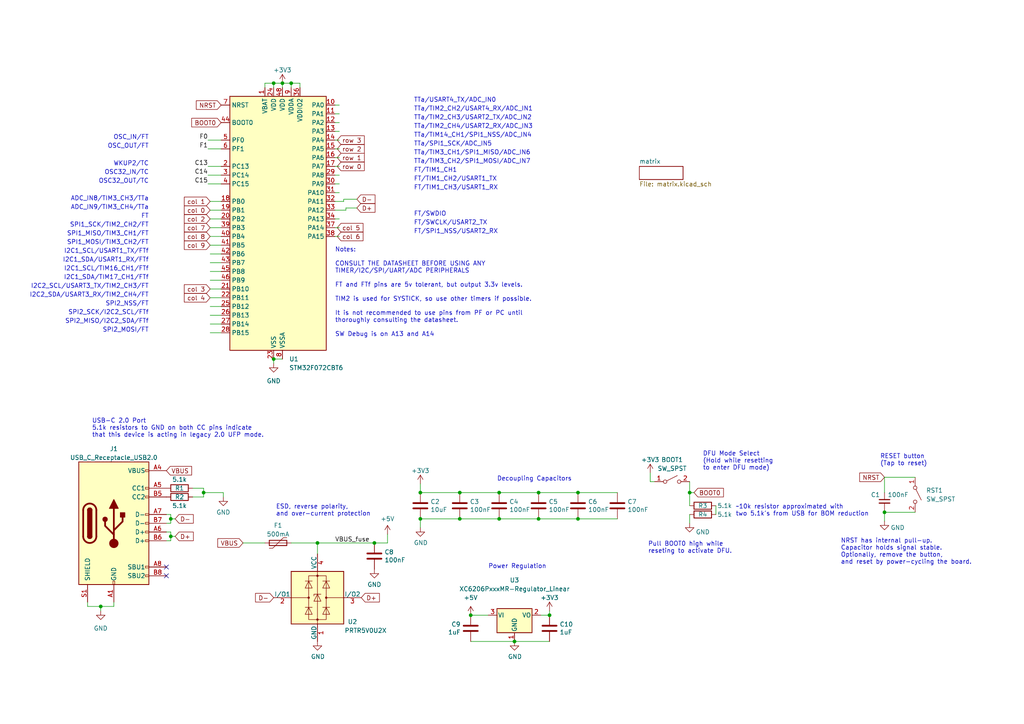
<source format=kicad_sch>
(kicad_sch (version 20230121) (generator eeschema)
  (paper "A4")
  (lib_symbols
    (symbol "+5V_1" (power) (pin_names (offset 0))
      (property "Value" "+5V_1" (at 0 3.556 0))
      (symbol "+5V_1_0_1"
        (polyline (pts (xy -0.762 1.27) (xy 0 2.54)))
        (polyline (pts (xy 0 0) (xy 0 2.54)))
        (polyline (pts (xy 0 2.54) (xy 0.762 1.27)))
      )
      (symbol "+5V_1_1_1"
        (pin power_in line (at 0 0 90) (length 0) hide (name "+5V") (number "1"))
      )
    )
    (symbol "Connector:USB_C_Receptacle_USB2.0" (pin_names (offset 1.016))
      (property "Reference" "J" (at -10.16 19.05 0))
      (property "Value" "USB_C_Receptacle_USB2.0" (at 19.05 19.05 0))
      (symbol "USB_C_Receptacle_USB2.0_0_0"
        (rectangle (start -0.254 -17.78) (end 0.254 -16.764))
        (rectangle (start 10.16 -14.986) (end 9.144 -15.494))
        (rectangle (start 10.16 -12.446) (end 9.144 -12.954))
        (rectangle (start 10.16 -4.826) (end 9.144 -5.334))
        (rectangle (start 10.16 -2.286) (end 9.144 -2.794))
        (rectangle (start 10.16 0.254) (end 9.144 -0.254))
        (rectangle (start 10.16 2.794) (end 9.144 2.286))
        (rectangle (start 10.16 7.874) (end 9.144 7.366))
        (rectangle (start 10.16 10.414) (end 9.144 9.906))
        (rectangle (start 10.16 15.494) (end 9.144 14.986))
      )
      (symbol "USB_C_Receptacle_USB2.0_0_1"
        (rectangle (start -10.16 17.78) (end 10.16 -17.78) (stroke (width 0.254)) (fill (type background)))
        (arc (start -8.89 -3.81) (mid -6.985 -5.7067) (end -5.08 -3.81) (stroke (width 0.508)))
        (arc (start -7.62 -3.81) (mid -6.985 -4.4423) (end -6.35 -3.81) (stroke (width 0.254)))
        (arc (start -7.62 -3.81) (mid -6.985 -4.4423) (end -6.35 -3.81) (stroke (width 0.254)) (fill (type outline)))
        (rectangle (start -7.62 -3.81) (end -6.35 3.81) (stroke (width 0.254)) (fill (type outline)))
        (arc (start -6.35 3.81) (mid -6.985 4.4423) (end -7.62 3.81) (stroke (width 0.254)))
        (arc (start -6.35 3.81) (mid -6.985 4.4423) (end -7.62 3.81) (stroke (width 0.254)) (fill (type outline)))
        (arc (start -5.08 3.81) (mid -6.985 5.7067) (end -8.89 3.81) (stroke (width 0.508)))
        (circle (center -2.54 1.143) (radius 0.635) (stroke (width 0.254)) (fill (type outline)))
        (circle (center 0 -5.842) (radius 1.27) (fill (type outline)))
        (polyline (pts (xy -8.89 -3.81) (xy -8.89 3.81)) (stroke (width 0.508)))
        (polyline (pts (xy -5.08 3.81) (xy -5.08 -3.81)) (stroke (width 0.508)))
        (polyline (pts (xy 0 -5.842) (xy 0 4.318)) (stroke (width 0.508)))
        (polyline (pts (xy 0 -3.302) (xy -2.54 -0.762) (xy -2.54 0.508)) (stroke (width 0.508)))
        (polyline (pts (xy 0 -2.032) (xy 2.54 0.508) (xy 2.54 1.778)) (stroke (width 0.508)))
        (polyline (pts (xy -1.27 4.318) (xy 0 6.858) (xy 1.27 4.318) (xy -1.27 4.318)) (stroke (width 0.254)) (fill (type outline)))
        (rectangle (start 1.905 1.778) (end 3.175 3.048) (stroke (width 0.254)) (fill (type outline)))
      )
      (symbol "USB_C_Receptacle_USB2.0_1_1"
        (pin passive line (at 0 -22.86 90) (length 5.08) (name "GND") (number "A1"))
        (pin passive line (at 0 -22.86 90) (length 5.08) hide (name "GND") (number "A12"))
        (pin passive line (at 15.24 15.24 180) (length 5.08) (name "VBUS") (number "A4"))
        (pin bidirectional line (at 15.24 10.16 180) (length 5.08) (name "CC1") (number "A5"))
        (pin bidirectional line (at 15.24 -2.54 180) (length 5.08) (name "D+") (number "A6"))
        (pin bidirectional line (at 15.24 2.54 180) (length 5.08) (name "D-") (number "A7"))
        (pin bidirectional line (at 15.24 -12.7 180) (length 5.08) (name "SBU1") (number "A8"))
        (pin passive line (at 15.24 15.24 180) (length 5.08) hide (name "VBUS") (number "A9"))
        (pin passive line (at 0 -22.86 90) (length 5.08) hide (name "GND") (number "B1"))
        (pin passive line (at 0 -22.86 90) (length 5.08) hide (name "GND") (number "B12"))
        (pin passive line (at 15.24 15.24 180) (length 5.08) hide (name "VBUS") (number "B4"))
        (pin bidirectional line (at 15.24 7.62 180) (length 5.08) (name "CC2") (number "B5"))
        (pin bidirectional line (at 15.24 -5.08 180) (length 5.08) (name "D+") (number "B6"))
        (pin bidirectional line (at 15.24 0 180) (length 5.08) (name "D-") (number "B7"))
        (pin bidirectional line (at 15.24 -15.24 180) (length 5.08) (name "SBU2") (number "B8"))
        (pin passive line (at 15.24 15.24 180) (length 5.08) hide (name "VBUS") (number "B9"))
        (pin passive line (at -7.62 -22.86 90) (length 5.08) (name "SHIELD") (number "S1"))
      )
    )
    (symbol "Device:C" (pin_numbers hide) (pin_names (offset 0.254))
      (property "Reference" "C" (at 0.635 2.54 0))
      (property "Value" "C" (at 0.635 -2.54 0))
      (symbol "C_0_1"
        (polyline (pts (xy -2.032 -0.762) (xy 2.032 -0.762)) (stroke (width 0.508)))
        (polyline (pts (xy -2.032 0.762) (xy 2.032 0.762)) (stroke (width 0.508)))
      )
      (symbol "C_1_1"
        (pin passive line (at 0 3.81 270) (length 2.794) (name "~") (number "1"))
        (pin passive line (at 0 -3.81 90) (length 2.794) (name "~") (number "2"))
      )
    )
    (symbol "Device:C_Small" (pin_numbers hide) (pin_names (offset 0.254) hide)
      (property "Reference" "C" (at 0.254 1.778 0))
      (property "Value" "C_Small" (at 0.254 -2.032 0))
      (symbol "C_Small_0_1"
        (polyline (pts (xy -1.524 -0.508) (xy 1.524 -0.508)) (stroke (width 0.3302)))
        (polyline (pts (xy -1.524 0.508) (xy 1.524 0.508)) (stroke (width 0.3048)))
      )
      (symbol "C_Small_1_1"
        (pin passive line (at 0 2.54 270) (length 2.032) (name "~") (number "1"))
        (pin passive line (at 0 -2.54 90) (length 2.032) (name "~") (number "2"))
      )
    )
    (symbol "Device:Polyfuse" (pin_numbers hide) (pin_names (offset 0))
      (property "Reference" "F" (at -2.54 0 90))
      (property "Value" "Polyfuse" (at 2.54 0 90))
      (symbol "Polyfuse_0_1"
        (rectangle (start -0.762 2.54) (end 0.762 -2.54) (stroke (width 0.254)))
        (polyline (pts (xy 0 2.54) (xy 0 -2.54)))
        (polyline (pts (xy -1.524 2.54) (xy -1.524 1.524) (xy 1.524 -1.524) (xy 1.524 -2.54)))
      )
      (symbol "Polyfuse_1_1"
        (pin passive line (at 0 3.81 270) (length 1.27) (name "~") (number "1"))
        (pin passive line (at 0 -3.81 90) (length 1.27) (name "~") (number "2"))
      )
    )
    (symbol "Device:R" (pin_numbers hide) (pin_names (offset 0))
      (property "Reference" "R" (at 2.032 0 90))
      (property "Value" "R" (at 0 0 90))
      (symbol "R_0_1"
        (rectangle (start -1.016 -2.54) (end 1.016 2.54) (stroke (width 0.254)))
      )
      (symbol "R_1_1"
        (pin passive line (at 0 3.81 270) (length 1.27) (name "~") (number "1"))
        (pin passive line (at 0 -3.81 90) (length 1.27) (name "~") (number "2"))
      )
    )
    (symbol "MCU_ST_STM32F0:STM32F072CBTx"
      (property "Reference" "U" (at -12.7 39.37 0))
      (property "Value" "STM32F072CBTx" (at 10.16 39.37 0))
      (symbol "STM32F072CBTx_0_1"
        (rectangle (start -12.7 -35.56) (end 15.24 38.1) (stroke (width 0.254)) (fill (type background)))
      )
      (symbol "STM32F072CBTx_1_1"
        (pin power_in line (at -2.54 40.64 270) (length 2.54) (name "VBAT") (number "1"))
        (pin bidirectional line (at 17.78 35.56 180) (length 2.54) (name "PA0") (number "10"))
        (pin bidirectional line (at 17.78 33.02 180) (length 2.54) (name "PA1") (number "11"))
        (pin bidirectional line (at 17.78 30.48 180) (length 2.54) (name "PA2") (number "12"))
        (pin bidirectional line (at 17.78 27.94 180) (length 2.54) (name "PA3") (number "13"))
        (pin bidirectional line (at 17.78 25.4 180) (length 2.54) (name "PA4") (number "14"))
        (pin bidirectional line (at 17.78 22.86 180) (length 2.54) (name "PA5") (number "15"))
        (pin bidirectional line (at 17.78 20.32 180) (length 2.54) (name "PA6") (number "16"))
        (pin bidirectional line (at 17.78 17.78 180) (length 2.54) (name "PA7") (number "17"))
        (pin bidirectional line (at -15.24 7.62 0) (length 2.54) (name "PB0") (number "18"))
        (pin bidirectional line (at -15.24 5.08 0) (length 2.54) (name "PB1") (number "19"))
        (pin bidirectional line (at -15.24 17.78 0) (length 2.54) (name "PC13") (number "2"))
        (pin bidirectional line (at -15.24 2.54 0) (length 2.54) (name "PB2") (number "20"))
        (pin bidirectional line (at -15.24 -17.78 0) (length 2.54) (name "PB10") (number "21"))
        (pin bidirectional line (at -15.24 -20.32 0) (length 2.54) (name "PB11") (number "22"))
        (pin power_in line (at 0 -38.1 90) (length 2.54) (name "VSS") (number "23"))
        (pin power_in line (at 0 40.64 270) (length 2.54) (name "VDD") (number "24"))
        (pin bidirectional line (at -15.24 -22.86 0) (length 2.54) (name "PB12") (number "25"))
        (pin bidirectional line (at -15.24 -25.4 0) (length 2.54) (name "PB13") (number "26"))
        (pin bidirectional line (at -15.24 -27.94 0) (length 2.54) (name "PB14") (number "27"))
        (pin bidirectional line (at -15.24 -30.48 0) (length 2.54) (name "PB15") (number "28"))
        (pin bidirectional line (at 17.78 15.24 180) (length 2.54) (name "PA8") (number "29"))
        (pin bidirectional line (at -15.24 15.24 0) (length 2.54) (name "PC14") (number "3"))
        (pin bidirectional line (at 17.78 12.7 180) (length 2.54) (name "PA9") (number "30"))
        (pin bidirectional line (at 17.78 10.16 180) (length 2.54) (name "PA10") (number "31"))
        (pin bidirectional line (at 17.78 7.62 180) (length 2.54) (name "PA11") (number "32"))
        (pin bidirectional line (at 17.78 5.08 180) (length 2.54) (name "PA12") (number "33"))
        (pin bidirectional line (at 17.78 2.54 180) (length 2.54) (name "PA13") (number "34"))
        (pin passive line (at 0 -38.1 90) (length 2.54) hide (name "VSS") (number "35"))
        (pin power_in line (at 7.62 40.64 270) (length 2.54) (name "VDDIO2") (number "36"))
        (pin bidirectional line (at 17.78 0 180) (length 2.54) (name "PA14") (number "37"))
        (pin bidirectional line (at 17.78 -2.54 180) (length 2.54) (name "PA15") (number "38"))
        (pin bidirectional line (at -15.24 0 0) (length 2.54) (name "PB3") (number "39"))
        (pin bidirectional line (at -15.24 12.7 0) (length 2.54) (name "PC15") (number "4"))
        (pin bidirectional line (at -15.24 -2.54 0) (length 2.54) (name "PB4") (number "40"))
        (pin bidirectional line (at -15.24 -5.08 0) (length 2.54) (name "PB5") (number "41"))
        (pin bidirectional line (at -15.24 -7.62 0) (length 2.54) (name "PB6") (number "42"))
        (pin bidirectional line (at -15.24 -10.16 0) (length 2.54) (name "PB7") (number "43"))
        (pin input line (at -15.24 30.48 0) (length 2.54) (name "BOOT0") (number "44"))
        (pin bidirectional line (at -15.24 -12.7 0) (length 2.54) (name "PB8") (number "45"))
        (pin bidirectional line (at -15.24 -15.24 0) (length 2.54) (name "PB9") (number "46"))
        (pin passive line (at 0 -38.1 90) (length 2.54) hide (name "VSS") (number "47"))
        (pin power_in line (at 2.54 40.64 270) (length 2.54) (name "VDD") (number "48"))
        (pin bidirectional line (at -15.24 25.4 0) (length 2.54) (name "PF0") (number "5"))
        (pin bidirectional line (at -15.24 22.86 0) (length 2.54) (name "PF1") (number "6"))
        (pin input line (at -15.24 35.56 0) (length 2.54) (name "NRST") (number "7"))
        (pin power_in line (at 2.54 -38.1 90) (length 2.54) (name "VSSA") (number "8"))
        (pin power_in line (at 5.08 40.64 270) (length 2.54) (name "VDDA") (number "9"))
      )
    )
    (symbol "Power_Protection:PRTR5V0U2X" (pin_names (offset 0))
      (property "Reference" "D" (at 2.794 8.636 0))
      (property "Value" "PRTR5V0U2X" (at 8.128 -9.398 0))
      (symbol "PRTR5V0U2X_0_1"
        (rectangle (start -7.62 -7.62) (end 7.62 7.62) (stroke (width 0.254)) (fill (type background)))
        (circle (center -2.54 0) (radius 0.254) (fill (type outline)))
        (rectangle (start -2.54 6.35) (end 2.54 -6.35))
        (circle (center 0 -6.35) (radius 0.254) (fill (type outline)))
        (polyline (pts (xy -2.54 0) (xy -7.62 0)))
        (polyline (pts (xy -1.524 -2.794) (xy -3.556 -2.794)))
        (polyline (pts (xy -1.524 4.826) (xy -3.556 4.826)))
        (polyline (pts (xy 0 -7.62) (xy 0 7.62)))
        (polyline (pts (xy 1.524 -2.794) (xy 3.556 -2.794)))
        (polyline (pts (xy 1.524 4.826) (xy 3.556 4.826)))
        (polyline (pts (xy 2.54 0) (xy 7.62 0)))
        (polyline (pts (xy 1.016 1.016) (xy -1.016 1.016) (xy -1.016 0.508)))
        (polyline (pts (xy -3.556 -4.826) (xy -1.524 -4.826) (xy -2.54 -2.794) (xy -3.556 -4.826)))
        (polyline (pts (xy -3.556 2.794) (xy -1.524 2.794) (xy -2.54 4.826) (xy -3.556 2.794)))
        (polyline (pts (xy -1.016 -1.016) (xy 1.016 -1.016) (xy 0 1.016) (xy -1.016 -1.016)))
        (polyline (pts (xy 3.556 -4.826) (xy 1.524 -4.826) (xy 2.54 -2.794) (xy 3.556 -4.826)))
        (polyline (pts (xy 3.556 2.794) (xy 1.524 2.794) (xy 2.54 4.826) (xy 3.556 2.794)))
        (circle (center 0 6.35) (radius 0.254) (fill (type outline)))
        (circle (center 2.54 0) (radius 0.254) (fill (type outline)))
      )
      (symbol "PRTR5V0U2X_1_1"
        (pin passive line (at 0 -12.7 90) (length 5.08) (name "GND") (number "1"))
        (pin passive line (at -12.7 0 0) (length 5.08) (name "I/O1") (number "2"))
        (pin passive line (at 12.7 0 180) (length 5.08) (name "I/O2") (number "3"))
        (pin passive line (at 0 12.7 270) (length 5.08) (name "VCC") (number "4"))
      )
    )
    (symbol "Switch:SW_SPST" (pin_names (offset 0) hide)
      (property "Reference" "SW" (at 0 3.175 0))
      (property "Value" "SW_SPST" (at 0 -2.54 0))
      (symbol "SW_SPST_0_0"
        (circle (center -2.032 0) (radius 0.508))
        (polyline (pts (xy -1.524 0.254) (xy 1.524 1.778)))
        (circle (center 2.032 0) (radius 0.508))
      )
      (symbol "SW_SPST_1_1"
        (pin passive line (at -5.08 0 0) (length 2.54) (name "A") (number "1"))
        (pin passive line (at 5.08 0 180) (length 2.54) (name "B") (number "2"))
      )
    )
    (symbol "kicad-keyboard-parts:XC6206PxxxMR-Regulator_Linear" (pin_names (offset 0.254))
      (property "Reference" "U" (at -3.81 3.175 0))
      (property "Value" "XC6206PxxxMR-Regulator_Linear" (at 0 3.175 0))
      (property "LCSC" "C5446" (at 0 0 0))
      (symbol "XC6206PxxxMR-Regulator_Linear_0_1"
        (rectangle (start -5.08 1.905) (end 5.08 -5.08) (stroke (width 0.254)) (fill (type background)))
      )
      (symbol "XC6206PxxxMR-Regulator_Linear_1_1"
        (pin power_in line (at 0 -7.62 90) (length 2.54) (name "GND") (number "1"))
        (pin power_out line (at 7.62 0 180) (length 2.54) (name "VO") (number "2"))
        (pin power_in line (at -7.62 0 0) (length 2.54) (name "VI") (number "3"))
      )
    )
    (symbol "power:+3V3" (power) (pin_names (offset 0))
      (property "Value" "+3V3" (at 0 3.556 0))
      (symbol "+3V3_0_1"
        (polyline (pts (xy -0.762 1.27) (xy 0 2.54)))
        (polyline (pts (xy 0 0) (xy 0 2.54)))
        (polyline (pts (xy 0 2.54) (xy 0.762 1.27)))
      )
      (symbol "+3V3_1_1"
        (pin power_in line (at 0 0 90) (length 0) hide (name "+3V3") (number "1"))
      )
    )
    (symbol "power:+5V" (power) (pin_names (offset 0))
      (property "Value" "+5V" (at 0 3.556 0))
      (symbol "+5V_0_1"
        (polyline (pts (xy -0.762 1.27) (xy 0 2.54)))
        (polyline (pts (xy 0 0) (xy 0 2.54)))
        (polyline (pts (xy 0 2.54) (xy 0.762 1.27)))
      )
      (symbol "+5V_1_1"
        (pin power_in line (at 0 0 90) (length 0) hide (name "+5V") (number "1"))
      )
    )
    (symbol "power:GND" (power) (pin_names (offset 0))
      (property "Value" "GND" (at 0 -3.81 0))
      (symbol "GND_0_1"
        (polyline (pts (xy 0 0) (xy 0 -1.27) (xy 1.27 -1.27) (xy 0 -2.54) (xy -1.27 -1.27) (xy 0 -1.27)))
      )
      (symbol "GND_1_1"
        (pin power_in line (at 0 0 270) (length 0) hide (name "GND") (number "1"))
      )
    )
  )
  (junction (at 200.025 142.875))
  (junction (at 81.915 24.13))
  (junction (at 159.385 178.435))
  (junction (at 59.055 142.875))
  (junction (at 79.375 24.13))
  (junction (at 156.21 150.495))
  (junction (at 136.525 178.435))
  (junction (at 156.21 142.875))
  (junction (at 121.92 150.495))
  (junction (at 149.225 186.055) (diameter 0.9144))
  (junction (at 256.54 148.59))
  (junction (at 121.92 142.875))
  (junction (at 79.375 104.14))
  (junction (at 144.78 150.495))
  (junction (at 133.35 150.495))
  (junction (at 167.64 150.495))
  (junction (at 167.64 142.875))
  (junction (at 92.075 157.48))
  (junction (at 144.78 142.875))
  (junction (at 108.585 157.48))
  (junction (at 49.53 155.575))
  (junction (at 29.21 175.895))
  (junction (at 49.53 150.495))
  (junction (at 133.35 142.875))
  (junction (at 84.455 24.13))
  (no_connect (at 48.26 167.005))
  (no_connect (at 48.26 164.465))
  (wire (pts (xy 167.64 150.495) (xy 179.07 150.495)))
  (wire (pts (xy 48.26 156.845) (xy 49.53 156.845)))
  (wire (pts (xy 60.96 76.2) (xy 64.135 76.2)))
  (wire (pts (xy 98.425 40.64) (xy 97.155 40.64)))
  (wire (pts (xy 29.21 175.895) (xy 33.02 175.895)))
  (wire (pts (xy 60.96 60.96) (xy 64.135 60.96)))
  (wire (pts (xy 86.995 24.13) (xy 86.995 25.4)))
  (wire (pts (xy 48.26 149.225) (xy 49.53 149.225)))
  (wire (pts (xy 98.425 53.34) (xy 97.155 53.34)))
  (wire (pts (xy 59.055 144.145) (xy 59.055 142.875)))
  (wire (pts (xy 144.78 150.495) (xy 133.35 150.495)))
  (wire (pts (xy 55.88 144.145) (xy 59.055 144.145)))
  (wire (pts (xy 98.425 48.26) (xy 97.155 48.26)))
  (wire (pts (xy 49.53 150.495) (xy 49.53 151.765)))
  (wire (pts (xy 59.055 142.875) (xy 59.055 141.605)))
  (wire (pts (xy 189.865 139.7) (xy 188.595 139.7)))
  (wire (pts (xy 29.21 177.165) (xy 29.21 175.895)))
  (wire (pts (xy 84.455 24.13) (xy 84.455 25.4)))
  (wire (pts (xy 98.425 35.56) (xy 97.155 35.56)))
  (wire (pts (xy 59.055 142.875) (xy 64.77 142.875)))
  (wire (pts (xy 144.78 142.875) (xy 133.35 142.875)))
  (wire (pts (xy 60.96 63.5) (xy 64.135 63.5)))
  (wire (pts (xy 84.455 24.13) (xy 86.995 24.13)))
  (wire (pts (xy 200.025 142.875) (xy 201.295 142.875)))
  (wire (pts (xy 60.96 78.74) (xy 64.135 78.74)))
  (wire (pts (xy 79.375 24.13) (xy 79.375 25.4)))
  (wire (pts (xy 55.88 141.605) (xy 59.055 141.605)))
  (wire (pts (xy 149.225 186.055) (xy 159.385 186.055)))
  (wire (pts (xy 60.96 93.98) (xy 64.135 93.98)))
  (wire (pts (xy 79.375 105.41) (xy 79.375 104.14)))
  (wire (pts (xy 60.96 83.82) (xy 64.135 83.82)))
  (wire (pts (xy 98.425 38.1) (xy 97.155 38.1)))
  (wire (pts (xy 256.54 151.13) (xy 256.54 148.59)))
  (wire (pts (xy 60.96 73.66) (xy 64.135 73.66)))
  (wire (pts (xy 136.525 178.435) (xy 141.605 178.435)))
  (wire (pts (xy 207.645 146.685) (xy 207.645 149.225)))
  (wire (pts (xy 156.21 142.875) (xy 167.64 142.875)))
  (wire (pts (xy 98.425 63.5) (xy 97.155 63.5)))
  (wire (pts (xy 60.96 71.12) (xy 64.135 71.12)))
  (wire (pts (xy 108.585 157.48) (xy 112.395 157.48)))
  (wire (pts (xy 188.595 139.7) (xy 188.595 137.16)))
  (wire (pts (xy 100.33 60.325) (xy 100.33 60.96)))
  (wire (pts (xy 60.96 66.04) (xy 64.135 66.04)))
  (wire (pts (xy 76.835 24.13) (xy 76.835 25.4)))
  (wire (pts (xy 98.425 43.18) (xy 97.155 43.18)))
  (wire (pts (xy 60.96 91.44) (xy 64.135 91.44)))
  (wire (pts (xy 256.54 138.43) (xy 265.43 138.43)))
  (wire (pts (xy 156.845 178.435) (xy 159.385 178.435)))
  (wire (pts (xy 144.78 142.875) (xy 156.21 142.875)))
  (wire (pts (xy 98.425 45.72) (xy 97.155 45.72)))
  (wire (pts (xy 200.025 139.7) (xy 200.025 142.875)))
  (wire (pts (xy 84.455 24.13) (xy 81.915 24.13)))
  (wire (pts (xy 60.96 58.42) (xy 64.135 58.42)))
  (wire (pts (xy 256.54 138.43) (xy 256.54 142.875)))
  (wire (pts (xy 98.425 55.88) (xy 97.155 55.88)))
  (wire (pts (xy 60.96 86.36) (xy 64.135 86.36)))
  (wire (pts (xy 70.485 157.48) (xy 76.835 157.48)))
  (wire (pts (xy 100.33 60.96) (xy 97.155 60.96)))
  (wire (pts (xy 121.92 153.035) (xy 121.92 150.495)))
  (wire (pts (xy 49.53 156.845) (xy 49.53 155.575)))
  (wire (pts (xy 60.325 48.26) (xy 64.135 48.26)))
  (wire (pts (xy 60.325 50.8) (xy 64.135 50.8)))
  (wire (pts (xy 48.26 154.305) (xy 49.53 154.305)))
  (wire (pts (xy 84.455 157.48) (xy 92.075 157.48)))
  (wire (pts (xy 79.375 104.14) (xy 81.915 104.14)))
  (wire (pts (xy 167.64 142.875) (xy 179.07 142.875)))
  (wire (pts (xy 121.92 140.335) (xy 121.92 142.875)))
  (wire (pts (xy 60.96 96.52) (xy 64.135 96.52)))
  (wire (pts (xy 256.54 148.59) (xy 256.54 147.955)))
  (wire (pts (xy 49.53 150.495) (xy 50.8 150.495)))
  (wire (pts (xy 79.375 24.13) (xy 81.915 24.13)))
  (wire (pts (xy 256.54 148.59) (xy 265.43 148.59)))
  (wire (pts (xy 200.025 149.225) (xy 200.025 151.765)))
  (wire (pts (xy 60.325 40.64) (xy 64.135 40.64)))
  (wire (pts (xy 60.96 88.9) (xy 64.135 88.9)))
  (wire (pts (xy 60.96 81.28) (xy 64.135 81.28)))
  (wire (pts (xy 25.4 175.895) (xy 29.21 175.895)))
  (wire (pts (xy 112.395 154.94) (xy 112.395 157.48)))
  (wire (pts (xy 76.835 24.13) (xy 79.375 24.13)))
  (wire (pts (xy 60.96 68.58) (xy 64.135 68.58)))
  (wire (pts (xy 200.025 142.875) (xy 200.025 146.685)))
  (wire (pts (xy 48.26 151.765) (xy 49.53 151.765)))
  (wire (pts (xy 99.695 57.785) (xy 99.695 58.42)))
  (wire (pts (xy 25.4 174.625) (xy 25.4 175.895)))
  (wire (pts (xy 103.505 60.325) (xy 100.33 60.325)))
  (wire (pts (xy 49.53 154.305) (xy 49.53 155.575)))
  (wire (pts (xy 98.425 50.8) (xy 97.155 50.8)))
  (wire (pts (xy 98.425 33.02) (xy 97.155 33.02)))
  (wire (pts (xy 98.425 66.04) (xy 97.155 66.04)))
  (wire (pts (xy 49.53 155.575) (xy 50.8 155.575)))
  (wire (pts (xy 133.35 150.495) (xy 121.92 150.495)))
  (wire (pts (xy 159.385 177.165) (xy 159.385 178.435)))
  (wire (pts (xy 64.77 142.875) (xy 64.77 144.145)))
  (wire (pts (xy 33.02 175.895) (xy 33.02 174.625)))
  (wire (pts (xy 99.695 58.42) (xy 97.155 58.42)))
  (wire (pts (xy 92.075 157.48) (xy 92.075 160.655)))
  (wire (pts (xy 60.325 43.18) (xy 64.135 43.18)))
  (wire (pts (xy 103.505 57.785) (xy 99.695 57.785)))
  (wire (pts (xy 149.225 186.055) (xy 136.525 186.055)))
  (wire (pts (xy 92.075 157.48) (xy 108.585 157.48)))
  (wire (pts (xy 98.425 30.48) (xy 97.155 30.48)))
  (wire (pts (xy 98.425 68.58) (xy 97.155 68.58)))
  (wire (pts (xy 81.915 24.13) (xy 81.915 25.4)))
  (wire (pts (xy 133.35 142.875) (xy 121.92 142.875)))
  (wire (pts (xy 49.53 149.225) (xy 49.53 150.495)))
  (wire (pts (xy 144.78 150.495) (xy 156.21 150.495)))
  (wire (pts (xy 156.21 150.495) (xy 167.64 150.495)))
  (wire (pts (xy 60.325 53.34) (xy 64.135 53.34)))
  (text "SPI1_SCK/TIM2_CH2/FT" (at 43.18 66.04 0) (effects (font (size 1.27 1.27)) (justify right bottom)))
  (text "FT/TIM1_CH1" (at 120.015 50.165 0) (effects (font (size 1.27 1.27)) (justify left bottom)))
  (text "FT/TIM1_CH3/USART1_RX" (at 120.015 55.245 0) (effects (font (size 1.27 1.27)) (justify left bottom)))
  (text "SPI2_NSS/FT" (at 43.18 88.9 0) (effects (font (size 1.27 1.27)) (justify right bottom)))
  (text "Notes:\n\nCONSULT THE DATASHEET BEFORE USING ANY \nTIMER/I2C/SPI/UART/ADC PERIPHERALS\n\nFT and FTf pins are 5v tolerant, but output 3.3v levels.\n\nTIM2 is used for SYSTICK, so use other timers if possible.\n\nIt is not recommended to use pins from PF or PC until\nthoroughly consulting the datasheet.\n\nSW Debug is on A13 and A14" (at 97.155 97.79 0) (effects (font (size 1.27 1.27)) (justify left bottom)))
  (text "TTa/TIM2_CH4/USART2_RX/ADC_IN3" (at 120.015 37.465 0) (effects (font (size 1.27 1.27)) (justify left bottom)))
  (text "NRST has internal pull-up.\nCapacitor holds signal stable.\nOptionally, remove the button,\nand reset by power-cycling the board." (at 243.84 163.83 0) (effects (font (size 1.27 1.27)) (justify left bottom)))
  (text "FT/SWDIO" (at 120.015 62.865 0) (effects (font (size 1.27 1.27)) (justify left bottom)))
  (text "Decoupling Capacitors" (at 144.145 139.7 0) (effects (font (size 1.27 1.27)) (justify left bottom)))
  (text "SPI1_MOSI/TIM3_CH2/FT" (at 43.18 71.12 0) (effects (font (size 1.27 1.27)) (justify right bottom)))
  (text "ADC_IN9/TIM3_CH4/TTa" (at 43.18 60.96 0) (effects (font (size 1.27 1.27)) (justify right bottom)))
  (text "I2C2_SCL/USART3_TX/TIM2_CH3/FT" (at 43.18 83.82 0) (effects (font (size 1.27 1.27)) (justify right bottom)))
  (text "SPI2_MISO/I2C2_SDA/FTf" (at 43.18 93.98 0) (effects (font (size 1.27 1.27)) (justify right bottom)))
  (text "FT/SWCLK/USART2_TX" (at 120.015 65.405 0) (effects (font (size 1.27 1.27)) (justify left bottom)))
  (text "I2C1_SCL/TIM16_CH1/FTf" (at 43.18 78.74 0) (effects (font (size 1.27 1.27)) (justify right bottom)))
  (text "~10k resistor approximated with\ntwo 5.1k's from USB for BOM reduction" (at 213.36 149.86 0) (effects (font (size 1.27 1.27)) (justify left bottom)))
  (text "TTa/TIM2_CH2/USART4_RX/ADC_IN1" (at 120.015 32.385 0) (effects (font (size 1.27 1.27)) (justify left bottom)))
  (text "USB-C 2.0 Port\n5.1k resistors to GND on both CC pins indicate\nthat this device is acting in legacy 2.0 UFP mode." (at 26.67 127 0) (effects (font (size 1.27 1.27)) (justify left bottom)))
  (text "TTa/TIM2_CH3/USART2_TX/ADC_IN2" (at 120.015 34.925 0) (effects (font (size 1.27 1.27)) (justify left bottom)))
  (text "OSC_IN/FT" (at 43.18 40.64 0) (effects (font (size 1.27 1.27)) (justify right bottom)))
  (text "DFU Mode Select\n(Hold while resetting\nto enter DFU mode)" (at 203.835 136.525 0) (effects (font (size 1.27 1.27)) (justify left bottom)))
  (text "WKUP2/TC" (at 43.18 48.26 0) (effects (font (size 1.27 1.27)) (justify right bottom)))
  (text "I2C2_SDA/USART3_RX/TIM2_CH4/FT" (at 43.18 86.36 0) (effects (font (size 1.27 1.27)) (justify right bottom)))
  (text "ADC_IN8/TIM3_CH3/TTa" (at 43.18 58.42 0) (effects (font (size 1.27 1.27)) (justify right bottom)))
  (text "RESET button\n(Tap to reset)" (at 255.27 135.255 0) (effects (font (size 1.27 1.27)) (justify left bottom)))
  (text "Pull BOOT0 high while \nreseting to activate DFU." (at 187.96 160.655 0) (effects (font (size 1.27 1.27)) (justify left bottom)))
  (text "I2C1_SDA/TIM17_CH1/FTf" (at 43.18 81.28 0) (effects (font (size 1.27 1.27)) (justify right bottom)))
  (text "TTa/SPI1_SCK/ADC_IN5" (at 120.015 42.545 0) (effects (font (size 1.27 1.27)) (justify left bottom)))
  (text "TTa/TIM3_CH1/SPI1_MISO/ADC_IN6" (at 120.015 45.085 0) (effects (font (size 1.27 1.27)) (justify left bottom)))
  (text "TTa/TIM3_CH2/SPI1_MOSI/ADC_IN7" (at 120.015 47.625 0) (effects (font (size 1.27 1.27)) (justify left bottom)))
  (text "OSC32_OUT/TC" (at 43.18 53.34 0) (effects (font (size 1.27 1.27)) (justify right bottom)))
  (text "FT/SPI1_NSS/USART2_RX" (at 120.015 67.945 0) (effects (font (size 1.27 1.27)) (justify left bottom)))
  (text "SPI1_MISO/TIM3_CH1/FT" (at 43.18 68.58 0) (effects (font (size 1.27 1.27)) (justify right bottom)))
  (text "OSC32_IN/TC" (at 43.18 50.8 0) (effects (font (size 1.27 1.27)) (justify right bottom)))
  (text "TTa/TIM14_CH1/SPI1_NSS/ADC_IN4" (at 120.015 40.005 0) (effects (font (size 1.27 1.27)) (justify left bottom)))
  (text "I2C1_SDA/USART1_RX/FTf" (at 43.18 76.2 0) (effects (font (size 1.27 1.27)) (justify right bottom)))
  (text "SPI2_MOSI/FT" (at 43.18 96.52 0) (effects (font (size 1.27 1.27)) (justify right bottom)))
  (text "FT/TIM1_CH2/USART1_TX" (at 120.015 52.705 0) (effects (font (size 1.27 1.27)) (justify left bottom)))
  (text "Power Regulation" (at 141.605 165.1 0) (effects (font (size 1.27 1.27)) (justify left bottom)))
  (text "SPI2_SCK/I2C2_SCL/FTf" (at 43.18 91.44 0) (effects (font (size 1.27 1.27)) (justify right bottom)))
  (text "OSC_OUT/FT" (at 43.18 43.18 0) (effects (font (size 1.27 1.27)) (justify right bottom)))
  (text "ESD, reverse polarity,\nand over-current protection" (at 80.01 149.86 0) (effects (font (size 1.27 1.27)) (justify left bottom)))
  (text "FT" (at 43.18 63.5 0) (effects (font (size 1.27 1.27)) (justify right bottom)))
  (text "TTa/USART4_TX/ADC_IN0" (at 120.015 29.845 0) (effects (font (size 1.27 1.27)) (justify left bottom)))
  (text "I2C1_SCL/USART1_TX/FTf" (at 43.18 73.66 0) (effects (font (size 1.27 1.27)) (justify right bottom)))
  (label "VBUS_fuse" (at 97.155 157.48 0))
  (label "C14" (at 60.325 50.8 180))
  (label "C15" (at 60.325 53.34 180))
  (label "F1" (at 60.325 43.18 180))
  (label "C13" (at 60.325 48.26 180))
  (label "F0" (at 60.325 40.64 180))
  (global_label "col 9" (shape input) (at 60.96 71.12 180) (property "Intersheetrefs" "${INTERSHEET_REFS}" (effects hide)))
  (global_label "row 0" (shape input) (at 97.79 48.26 0) (property "Intersheetrefs" "${INTERSHEET_REFS}" (effects hide)))
  (global_label "row 2" (shape input) (at 97.79 43.18 0) (property "Intersheetrefs" "${INTERSHEET_REFS}" (effects hide)))
  (global_label "row 3" (shape input) (at 97.79 40.64 0) (property "Intersheetrefs" "${INTERSHEET_REFS}" (effects hide)))
  (global_label "col 5" (shape input) (at 97.79 66.04 0) (property "Intersheetrefs" "${INTERSHEET_REFS}" (effects hide)))
  (global_label "VBUS" (shape input) (at 70.485 157.48 180) (property "Intersheetrefs" "${INTERSHEET_REFS}" (effects hide)))
  (global_label "D-" (shape input) (at 103.505 57.785 0) (property "Intersheetrefs" "${INTERSHEET_REFS}" (effects hide)))
  (global_label "D-" (shape input) (at 79.375 173.355 180) (property "Intersheetrefs" "${INTERSHEET_REFS}" (effects hide)))
  (global_label "col 1" (shape input) (at 60.96 58.42 180) (property "Intersheetrefs" "${INTERSHEET_REFS}" (effects hide)))
  (global_label "BOOT0" (shape input) (at 64.135 35.56 180) (property "Intersheetrefs" "${INTERSHEET_REFS}" (effects hide)))
  (global_label "D+" (shape input) (at 103.505 60.325 0) (property "Intersheetrefs" "${INTERSHEET_REFS}" (effects hide)))
  (global_label "col 7" (shape input) (at 60.96 66.04 180) (property "Intersheetrefs" "${INTERSHEET_REFS}" (effects hide)))
  (global_label "D+" (shape input) (at 104.775 173.355 0) (property "Intersheetrefs" "${INTERSHEET_REFS}" (effects hide)))
  (global_label "D-" (shape input) (at 50.8 150.495 0) (property "Intersheetrefs" "${INTERSHEET_REFS}" (effects hide)))
  (global_label "col 4" (shape input) (at 60.96 86.36 180) (property "Intersheetrefs" "${INTERSHEET_REFS}" (effects hide)))
  (global_label "col 0" (shape input) (at 60.96 60.96 180) (property "Intersheetrefs" "${INTERSHEET_REFS}" (effects hide)))
  (global_label "row 1" (shape input) (at 97.79 45.72 0) (property "Intersheetrefs" "${INTERSHEET_REFS}" (effects hide)))
  (global_label "NRST" (shape input) (at 256.54 138.43 180) (property "Intersheetrefs" "${INTERSHEET_REFS}" (effects hide)))
  (global_label "NRST" (shape input) (at 64.135 30.48 180) (property "Intersheetrefs" "${INTERSHEET_REFS}" (effects hide)))
  (global_label "BOOT0" (shape input) (at 201.295 142.875 0) (property "Intersheetrefs" "${INTERSHEET_REFS}" (effects hide)))
  (global_label "col 8" (shape input) (at 60.96 68.58 180) (property "Intersheetrefs" "${INTERSHEET_REFS}" (effects hide)))
  (global_label "col 6" (shape input) (at 97.79 68.58 0) (property "Intersheetrefs" "${INTERSHEET_REFS}" (effects hide)))
  (global_label "D+" (shape input) (at 50.8 155.575 0) (property "Intersheetrefs" "${INTERSHEET_REFS}" (effects hide)))
  (global_label "col 2" (shape input) (at 60.96 63.5 180) (property "Intersheetrefs" "${INTERSHEET_REFS}" (effects hide)))
  (global_label "col 3" (shape input) (at 60.96 83.82 180) (property "Intersheetrefs" "${INTERSHEET_REFS}" (effects hide)))
  (global_label "VBUS" (shape input) (at 48.26 136.525 0) (property "Intersheetrefs" "${INTERSHEET_REFS}" (effects hide)))
  (symbol (lib_id "Connector:USB_C_Receptacle_USB2.0") (at 33.02 151.765 0) (unit 1)
    (property "Reference" "J1" (at 33.02 130.175 0))
    (property "Value" "USB_C_Receptacle_USB2.0" (at 33.02 132.715 0))
    (property "Footprint" "Connector_USB:USB_C_Receptacle_HRO_TYPE-C-31-M-12" (effects hide))
    (property "Datasheet" "https://www.usb.org/sites/default/files/documents/usb_type-c.zip" (effects hide))
    (property "JlcRotOffset" "180" (effects hide))
    (property "JlcPosOffset" "0,1.5" (effects hide))
  )
  (symbol (lib_id "power:+3V3") (at 81.915 24.13 0) (unit 1)
    (property "Reference" "#PWR01" (effects hide))
    (property "Value" "+3V3" (at 81.915 20.32 0))
  )
  (symbol (lib_id "Device:R") (at 203.835 146.685 90) (unit 1)
    (property "Reference" "R3" (at 203.835 146.685 90))
    (property "Value" "5.1k" (at 210.185 146.685 90))
    (property "Footprint" "Resistor_SMD:R_0402_1005Metric" (effects hide))
  )
  (symbol (lib_id "Device:C") (at 108.585 161.29 0) (unit 1)
    (property "Reference" "C8" (at 111.506 160.1216 0) (effects (justify left)))
    (property "Value" "100nF" (at 111.506 162.433 0) (effects (justify left)))
    (property "Footprint" "Capacitor_SMD:C_0402_1005Metric" (effects hide))
    (property "LCSC" "C307331" (effects hide))
  )
  (symbol (lib_id "Device:Polyfuse") (at 80.645 157.48 90) (unit 1)
    (property "Reference" "F1" (at 80.645 152.4 90))
    (property "Value" "500mA" (at 80.645 154.94 90))
    (property "Footprint" "Fuse:Fuse_1206_3216Metric" (effects hide))
    (property "LCSC" "C135341" (effects hide))
  )
  (symbol (lib_id "power:GND") (at 79.375 105.41 0) (unit 1)
    (property "Reference" "#PWR02" (effects hide))
    (property "Value" "GND" (at 79.375 110.49 0))
  )
  (symbol (lib_id "power:GND") (at 64.77 144.145 0) (unit 1)
    (property "Reference" "#PWR05" (effects hide))
    (property "Value" "GND" (at 64.77 148.59 0))
  )
  (symbol (lib_id "power:GND") (at 121.92 153.035 0) (unit 1)
    (property "Reference" "#PWR08" (effects hide))
    (property "Value" "GND" (at 122.047 157.4292 0))
  )
  (symbol (lib_id "MCU_ST_STM32F0:STM32F072CBTx") (at 79.375 66.04 0) (unit 1)
    (property "Reference" "U1" (at 83.8709 104.14 0) (effects (justify left)))
    (property "Value" "STM32F072CBT6" (at 83.8709 106.68 0) (effects (justify left)))
    (property "Footprint" "Package_QFP:LQFP-48_7x7mm_P0.5mm" (effects hide))
    (property "Datasheet" "https://www.st.com/resource/en/datasheet/stm32f072cb.pdf" (effects hide))
    (property "JlcRotOffset" "90" (effects hide))
  )
  (symbol (lib_id "Device:C") (at 167.64 146.685 0) (unit 1)
    (property "Reference" "C6" (at 170.561 145.5166 0) (effects (justify left)))
    (property "Value" "100nF" (at 170.561 147.828 0) (effects (justify left)))
    (property "Footprint" "Capacitor_SMD:C_0402_1005Metric" (effects hide))
    (property "LCSC" "C307331" (effects hide))
  )
  (symbol (lib_id "power:+3V3") (at 121.92 140.335 0) (unit 1)
    (property "Reference" "#PWR04" (effects hide))
    (property "Value" "+3V3" (at 121.92 136.525 0))
  )
  (symbol (lib_id "power:GND") (at 29.21 177.165 0) (unit 1)
    (property "Reference" "#PWR011" (effects hide))
    (property "Value" "GND" (at 29.21 182.245 0))
  )
  (symbol (lib_id "Device:C") (at 159.385 182.245 0) (unit 1)
    (property "Reference" "C10" (at 162.306 181.0766 0) (effects (justify left)))
    (property "Value" "1uF" (at 162.306 183.388 0) (effects (justify left)))
    (property "Footprint" "Capacitor_SMD:C_0402_1005Metric" (effects hide))
    (property "LCSC" "C307331" (effects hide))
  )
  (symbol (lib_id "kicad-keyboard-parts:XC6206PxxxMR-Regulator_Linear") (at 149.225 178.435 0) (unit 1)
    (property "Reference" "U3" (at 149.225 168.275 0))
    (property "Value" "XC6206PxxxMR-Regulator_Linear" (at 149.225 170.815 0))
    (property "Footprint" "Package_TO_SOT_SMD:SOT-23" (effects hide))
    (property "Datasheet" "https://www.torexsemi.com/file/xc6206/XC6206.pdf" (effects hide))
    (property "LCSC" "C5446" (effects hide))
  )
  (symbol (lib_id "power:GND") (at 200.025 151.765 0) (unit 1)
    (property "Reference" "#PWR07" (effects hide))
    (property "Value" "GND" (at 203.835 154.305 0))
  )
  (symbol (lib_id "power:+3V3") (at 188.595 137.16 0) (mirror y) (unit 1)
    (property "Reference" "#PWR03" (effects hide))
    (property "Value" "+3V3" (at 188.595 133.35 0))
  )
  (symbol (lib_id "power:+3V3") (at 159.385 177.165 0) (unit 1)
    (property "Reference" "#PWR012" (effects hide))
    (property "Value" "+3V3" (at 159.385 173.355 0))
  )
  (symbol (lib_name "+5V_1") (lib_id "power:+5V") (at 112.395 154.94 0) (unit 1)
    (property "Reference" "#PWR09" (effects hide))
    (property "Value" "+5V" (at 112.395 150.495 0))
  )
  (symbol (lib_id "Device:R") (at 52.07 141.605 270) (unit 1)
    (property "Reference" "R1" (at 52.07 141.605 90))
    (property "Value" "5.1k" (at 52.07 139.065 90))
    (property "Footprint" "Resistor_SMD:R_0402_1005Metric" (effects hide))
  )
  (symbol (lib_id "power:GND") (at 108.585 165.1 0) (unit 1)
    (property "Reference" "#PWR010" (effects hide))
    (property "Value" "GND" (at 108.585 169.545 0))
  )
  (symbol (lib_id "power:GND") (at 149.225 186.055 0) (unit 1)
    (property "Reference" "#PWR015" (effects hide))
    (property "Value" "GND" (at 149.352 190.4492 0))
  )
  (symbol (lib_id "power:+5V") (at 136.525 178.435 0) (unit 1)
    (property "Reference" "#PWR013" (effects hide))
    (property "Value" "+5V" (at 136.525 173.355 0))
  )
  (symbol (lib_id "Switch:SW_SPST") (at 194.945 139.7 0) (unit 1)
    (property "Reference" "BOOT1" (at 194.945 133.35 0))
    (property "Value" "SW_SPST" (at 194.945 135.89 0))
    (property "Footprint" "Button_Switch_SMD:SW_SPST_TL3342" (effects hide))
  )
  (symbol (lib_id "Device:C") (at 144.78 146.685 0) (unit 1)
    (property "Reference" "C4" (at 147.701 145.5166 0) (effects (justify left)))
    (property "Value" "100nF" (at 147.701 147.828 0) (effects (justify left)))
    (property "Footprint" "Capacitor_SMD:C_0402_1005Metric" (effects hide))
    (property "LCSC" "C307331" (effects hide))
  )
  (symbol (lib_id "power:GND") (at 256.54 151.13 0) (mirror y) (unit 1)
    (property "Reference" "#PWR06" (effects hide))
    (property "Value" "GND" (at 260.35 153.035 0))
  )
  (symbol (lib_id "Device:C") (at 133.35 146.685 0) (unit 1)
    (property "Reference" "C3" (at 136.271 145.5166 0) (effects (justify left)))
    (property "Value" "100nF" (at 136.271 147.828 0) (effects (justify left)))
    (property "Footprint" "Capacitor_SMD:C_0402_1005Metric" (effects hide))
    (property "LCSC" "C307331" (effects hide))
  )
  (symbol (lib_id "Device:C") (at 156.21 146.685 0) (unit 1)
    (property "Reference" "C5" (at 159.131 145.5166 0) (effects (justify left)))
    (property "Value" "100nF" (at 159.131 147.828 0) (effects (justify left)))
    (property "Footprint" "Capacitor_SMD:C_0402_1005Metric" (effects hide))
    (property "LCSC" "C307331" (effects hide))
  )
  (symbol (lib_id "Device:C") (at 136.525 182.245 0) (mirror y) (unit 1)
    (property "Reference" "C9" (at 133.604 181.0766 0) (effects (justify left)))
    (property "Value" "1uF" (at 133.604 183.388 0) (effects (justify left)))
    (property "Footprint" "Capacitor_SMD:C_0402_1005Metric" (effects hide))
    (property "LCSC" "C307331" (effects hide))
  )
  (symbol (lib_id "Power_Protection:PRTR5V0U2X") (at 92.075 173.355 0) (unit 1)
    (property "Reference" "U2" (at 102.235 180.34 0))
    (property "Value" "PRTR5V0U2X" (at 106.045 182.88 0))
    (property "Footprint" "Package_TO_SOT_SMD:SOT-143" (effects hide))
    (property "Datasheet" "https://assets.nexperia.com/documents/data-sheet/PRTR5V0U2X.pdf" (effects hide))
    (property "LCSC" "C2827688" (effects hide))
    (property "JlcRotOffset" "90" (effects hide))
  )
  (symbol (lib_id "Device:C") (at 121.92 146.685 0) (unit 1)
    (property "Reference" "C2" (at 124.841 145.5166 0) (effects (justify left)))
    (property "Value" "10uF" (at 124.841 147.828 0) (effects (justify left)))
    (property "Footprint" "Capacitor_SMD:C_0603_1608Metric" (effects hide))
    (property "LCSC" "C307331" (effects hide))
  )
  (symbol (lib_id "power:GND") (at 92.075 186.055 0) (unit 1)
    (property "Reference" "#PWR014" (effects hide))
    (property "Value" "GND" (at 92.202 190.4492 0))
  )
  (symbol (lib_id "Device:R") (at 203.835 149.225 270) (mirror x) (unit 1)
    (property "Reference" "R4" (at 203.835 149.225 90))
    (property "Value" "5.1k" (at 210.185 149.225 90))
    (property "Footprint" "Resistor_SMD:R_0402_1005Metric" (effects hide))
  )
  (symbol (lib_id "Switch:SW_SPST") (at 265.43 143.51 270) (unit 1)
    (property "Reference" "RST1" (at 268.605 142.24 90) (effects (justify left)))
    (property "Value" "SW_SPST" (at 268.605 144.78 90) (effects (justify left)))
    (property "Footprint" "Button_Switch_SMD:SW_SPST_TL3342" (effects hide))
  )
  (symbol (lib_id "Device:C_Small") (at 256.54 145.415 0) (mirror y) (unit 1)
    (property "Reference" "C1" (at 255.27 143.51 0) (effects (justify left)))
    (property "Value" "100nF" (at 263.525 143.51 0) (effects (justify left)))
    (property "Footprint" "Capacitor_SMD:C_0402_1005Metric" (effects hide))
    (property "LCSC" "C307331" (effects hide))
  )
  (symbol (lib_id "Device:R") (at 52.07 144.145 90) (unit 1)
    (property "Reference" "R2" (at 52.07 144.145 90))
    (property "Value" "5.1k" (at 52.07 146.685 90))
    (property "Footprint" "Resistor_SMD:R_0402_1005Metric" (effects hide))
  )
  (symbol (lib_id "Device:C") (at 179.07 146.685 0) (unit 1)
    (property "Reference" "C7" (at 181.991 145.5166 0) (effects (justify left)))
    (property "Value" "100nF" (at 181.991 147.828 0) (effects (justify left)))
    (property "Footprint" "Capacitor_SMD:C_0402_1005Metric" (effects hide))
    (property "LCSC" "C307331" (effects hide))
  )
  (sheet (at 185.42 48.26) (size 12.7 3.81) (stroke (width 0.1524))
    (property "Sheetname" "matrix" (at 185.42 47.5484 0) (effects (justify left bottom)))
    (property "Sheetfile" "matrix.kicad_sch" (at 185.42 52.6546 0) (effects (justify left top)))
  )
)
</source>
